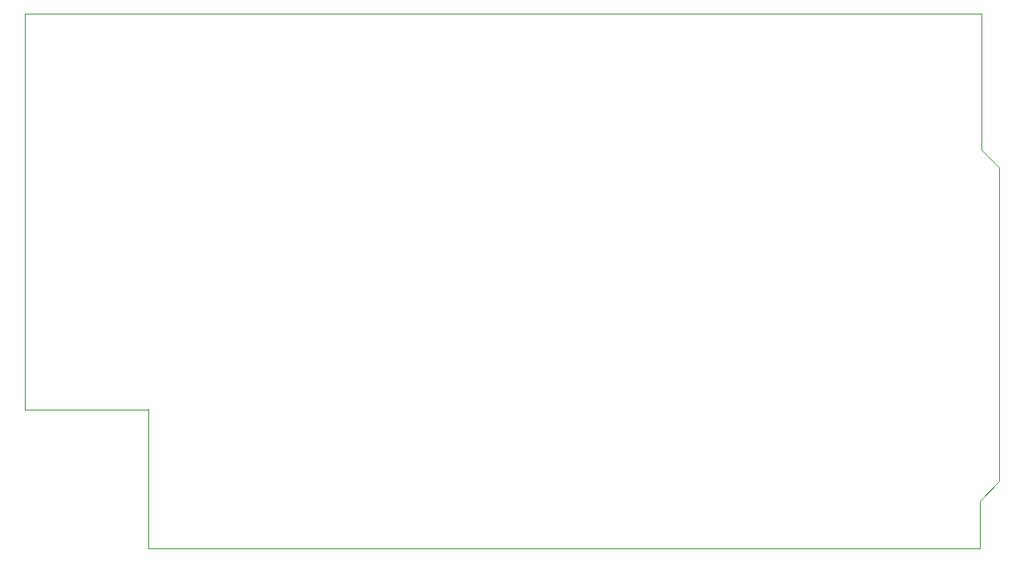
<source format=gbr>
G04 #@! TF.GenerationSoftware,KiCad,Pcbnew,(5.1.0-0)*
G04 #@! TF.CreationDate,2019-04-24T12:09:54-04:00*
G04 #@! TF.ProjectId,TR19-COMP-PD_rev2,54523139-2d43-44f4-9d50-2d50445f7265,rev?*
G04 #@! TF.SameCoordinates,Original*
G04 #@! TF.FileFunction,Profile,NP*
%FSLAX46Y46*%
G04 Gerber Fmt 4.6, Leading zero omitted, Abs format (unit mm)*
G04 Created by KiCad (PCBNEW (5.1.0-0)) date 2019-04-24 12:09:54*
%MOMM*%
%LPD*%
G04 APERTURE LIST*
%ADD10C,0.100000*%
G04 APERTURE END LIST*
D10*
X85400000Y-67000000D02*
X85400000Y-67850000D01*
X186400000Y-67000000D02*
X85400000Y-67000000D01*
X186400000Y-81400000D02*
X186400000Y-67000000D01*
X188250000Y-83250000D02*
X186400000Y-81400000D01*
X188250000Y-116400000D02*
X188250000Y-83250000D01*
X186250000Y-118450000D02*
X188250000Y-116400000D01*
X186250000Y-123450000D02*
X186250000Y-118450000D01*
X98450000Y-123450000D02*
X186250000Y-123450000D01*
X98450000Y-108750000D02*
X98450000Y-123450000D01*
X85400000Y-108800000D02*
X98450000Y-108800000D01*
X85400000Y-67850000D02*
X85400000Y-108800000D01*
M02*

</source>
